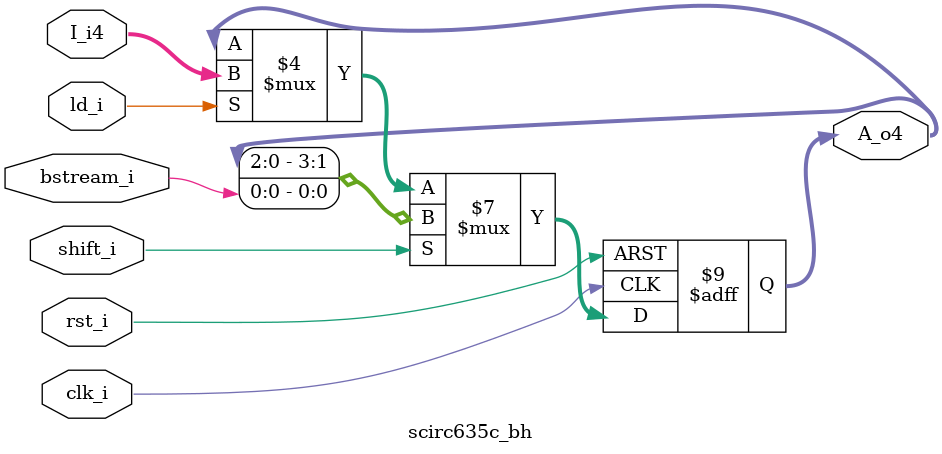
<source format=v>

module scirc635c_bh (
    // OUTPUTS
    output reg [3:0] A_o4

    // INPUTS
    ,input [3:0] I_i4
    ,input ld_i
    ,input shift_i
    ,input bstream_i
    ,input clk_i
    ,input rst_i
    );

    always @(posedge clk_i, negedge rst_i)
        if (!rst_i) A_o4 <= 4'b0000;
        else if (shift_i) A_o4 <= {A_o4[2:0], bstream_i}; // lshift
        else if(ld_i) A_o4 <= I_i4;
        else A_o4 <= A_o4; // redundant case
endmodule

</source>
